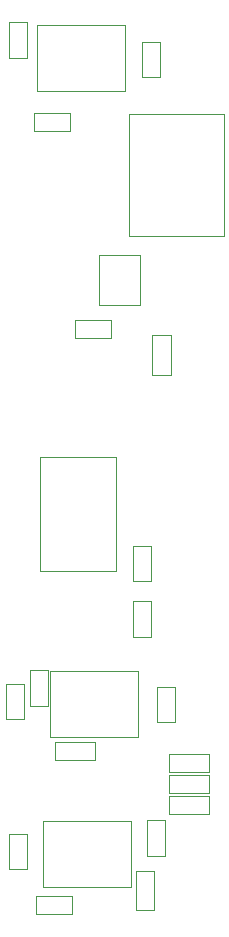
<source format=gbr>
%TF.GenerationSoftware,Altium Limited,Altium Designer,22.2.1 (43)*%
G04 Layer_Color=32768*
%FSLAX45Y45*%
%MOMM*%
%TF.SameCoordinates,1A700276-89F6-4FF8-B3D7-4A67EA63658B*%
%TF.FilePolarity,Positive*%
%TF.FileFunction,Other,Mechanical_15*%
%TF.Part,Single*%
G01*
G75*
%TA.AperFunction,NonConductor*%
%ADD56C,0.05000*%
%ADD57C,0.05080*%
D56*
X15100497Y7278502D02*
Y7580498D01*
Y7278502D02*
X15252502D01*
Y7580498D01*
X15100497D02*
X15252502D01*
X15067900Y10203998D02*
Y11233998D01*
Y10203998D02*
X15867899D01*
Y11233998D01*
X15067900D02*
X15867899D01*
X14310152Y7366102D02*
X14950648D01*
X14310152D02*
Y8331098D01*
X14950648D01*
Y7366102D02*
Y8331098D01*
X14908398Y9334698D02*
Y9486702D01*
X14606403Y9334698D02*
X14908398D01*
X14606403D02*
Y9486702D01*
X14908398D01*
X14284798Y11989399D02*
X15026797D01*
X14284798Y11429401D02*
X15026797D01*
Y11989399D01*
X14284798Y11429401D02*
Y11989399D01*
X15176698Y11545702D02*
X15328702D01*
X15176698D02*
Y11847698D01*
X15328702D01*
Y11545702D02*
Y11847698D01*
X14263503Y11087298D02*
Y11239302D01*
X14565498D01*
Y11087298D02*
Y11239302D01*
X14263503Y11087298D02*
X14565498D01*
X14046397Y11710802D02*
X14198402D01*
X14046397D02*
Y12012798D01*
X14198402D01*
Y11710802D02*
Y12012798D01*
X14020998Y6110102D02*
X14173003D01*
X14020998D02*
Y6412098D01*
X14173003D01*
Y6110102D02*
Y6412098D01*
X14224197Y6224402D02*
X14376202D01*
X14224197D02*
Y6526398D01*
X14376202D01*
Y6224402D02*
Y6526398D01*
X15303699Y6084702D02*
X15455702D01*
X15303699D02*
Y6386698D01*
X15455702D01*
Y6084702D02*
Y6386698D01*
X14399097Y6515699D02*
X15141096D01*
X14399097Y5955701D02*
X15141096D01*
Y6515699D01*
X14399097Y5955701D02*
Y6515699D01*
X15214798Y5256398D02*
X15366801D01*
Y4954402D02*
Y5256398D01*
X15214798Y4954402D02*
X15366801D01*
X15214798D02*
Y5256398D01*
X14276202Y4457898D02*
Y4609902D01*
X14578198D01*
Y4457898D02*
Y4609902D01*
X14276202Y4457898D02*
X14578198D01*
X14046397Y4840102D02*
X14198402D01*
X14046397D02*
Y5142098D01*
X14198402D01*
Y4840102D02*
Y5142098D01*
X14335593Y4685701D02*
Y5245699D01*
X15077592Y4685701D02*
Y5245699D01*
X14335593Y4685701D02*
X15077592D01*
X14335593Y5245699D02*
X15077592D01*
X15161002Y9619300D02*
Y10040300D01*
X14810999Y9619300D02*
X15161002D01*
X14810999D02*
Y10040300D01*
X15161002D01*
X15100497Y7110598D02*
X15252502D01*
Y6808602D02*
Y7110598D01*
X15100497Y6808602D02*
X15252502D01*
X15100497D02*
Y7110598D01*
D57*
X15263303Y9027500D02*
Y9362100D01*
Y9027500D02*
X15419897D01*
Y9362100D01*
X15263303D02*
X15419897D01*
X15123602Y4493600D02*
Y4828200D01*
Y4493600D02*
X15280199D01*
Y4828200D01*
X15123602D02*
X15280199D01*
X14437700Y5920298D02*
X14772301D01*
X14437700Y5763702D02*
Y5920298D01*
Y5763702D02*
X14772301D01*
Y5920298D01*
X15402901Y5640898D02*
X15737500D01*
X15402901Y5484302D02*
Y5640898D01*
Y5484302D02*
X15737500D01*
Y5640898D01*
X15402901Y5463098D02*
X15737500D01*
X15402901Y5306502D02*
Y5463098D01*
Y5306502D02*
X15737500D01*
Y5463098D01*
X15402901Y5662102D02*
X15737500D01*
Y5818698D01*
X15402901D02*
X15737500D01*
X15402901Y5662102D02*
Y5818698D01*
%TF.MD5,408a7e91ec592f14fbf6e96a68f37498*%
M02*

</source>
